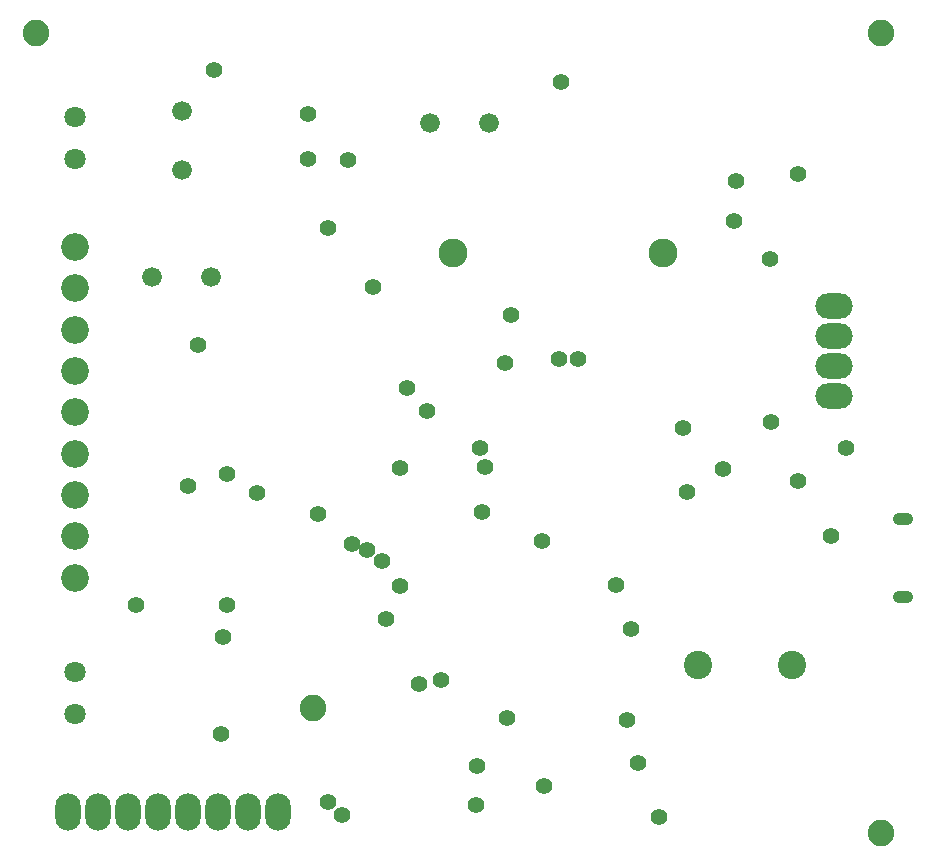
<source format=gbs>
G04*
G04 #@! TF.GenerationSoftware,Altium Limited,Altium Designer,21.1.1 (26)*
G04*
G04 Layer_Color=16711935*
%FSLAX25Y25*%
%MOIN*%
G70*
G04*
G04 #@! TF.SameCoordinates,48ED7441-6B8D-405F-B593-7732F9BA20C5*
G04*
G04*
G04 #@! TF.FilePolarity,Negative*
G04*
G01*
G75*
%ADD43C,0.08858*%
%ADD44O,0.12402X0.08465*%
%ADD45C,0.07087*%
%ADD46C,0.09449*%
%ADD47O,0.06890X0.04134*%
%ADD48C,0.06591*%
%ADD49C,0.09252*%
%ADD50O,0.08465X0.12402*%
%ADD51C,0.09646*%
%ADD52C,0.05591*%
D43*
X300000Y224803D02*
D03*
X489370Y449606D02*
D03*
X207538D02*
D03*
X489370Y183071D02*
D03*
D44*
X473563Y348740D02*
D03*
Y328740D02*
D03*
Y358740D02*
D03*
Y338740D02*
D03*
D45*
X220807Y222874D02*
D03*
Y236653D02*
D03*
Y421693D02*
D03*
Y407913D02*
D03*
D46*
X428484Y239213D02*
D03*
X459587D02*
D03*
D47*
X496654Y261811D02*
D03*
Y287795D02*
D03*
D48*
X358602Y419724D02*
D03*
X338917D02*
D03*
X246398Y368543D02*
D03*
X266083D02*
D03*
X256240Y423661D02*
D03*
Y403976D02*
D03*
D49*
X220807Y378386D02*
D03*
Y364606D02*
D03*
Y350827D02*
D03*
Y337047D02*
D03*
Y323268D02*
D03*
Y309488D02*
D03*
Y295709D02*
D03*
Y281929D02*
D03*
Y268150D02*
D03*
D50*
X268209Y190197D02*
D03*
X258209D02*
D03*
X248209D02*
D03*
X228209D02*
D03*
X288209D02*
D03*
X218209D02*
D03*
X238209D02*
D03*
X278209D02*
D03*
D51*
X346791Y376417D02*
D03*
X416516D02*
D03*
D52*
X381890Y340945D02*
D03*
X388189D02*
D03*
X301575Y289370D02*
D03*
X472815Y281929D02*
D03*
X298425Y422835D02*
D03*
X423228Y318110D02*
D03*
X366142Y355906D02*
D03*
X364173Y339764D02*
D03*
X440945Y400394D02*
D03*
X452362Y374410D02*
D03*
X461811Y300394D02*
D03*
X342520Y234252D02*
D03*
X329134Y265354D02*
D03*
X405905Y251181D02*
D03*
X377165Y198819D02*
D03*
X408194Y206299D02*
D03*
X354724Y205512D02*
D03*
X309842Y188976D02*
D03*
X269291Y216142D02*
D03*
X240945Y259055D02*
D03*
X320079Y364961D02*
D03*
X305118Y384646D02*
D03*
X271260Y259055D02*
D03*
X261811Y345669D02*
D03*
X364567Y221260D02*
D03*
X324410Y254331D02*
D03*
X335433Y232677D02*
D03*
X404557Y220866D02*
D03*
X281496Y296346D02*
D03*
X356299Y290158D02*
D03*
X401181Y265748D02*
D03*
X376378Y280315D02*
D03*
X424803Y296850D02*
D03*
X436614Y304331D02*
D03*
X452822Y320092D02*
D03*
X461811Y402756D02*
D03*
X440295Y387039D02*
D03*
X477559Y311417D02*
D03*
X415354Y188583D02*
D03*
X354331Y192520D02*
D03*
X305118Y193307D02*
D03*
X270079Y248425D02*
D03*
X258268Y298819D02*
D03*
X271260Y302756D02*
D03*
X382677Y433465D02*
D03*
X311811Y407480D02*
D03*
X298425Y407874D02*
D03*
X266929Y437402D02*
D03*
X357421Y305157D02*
D03*
X355847Y311457D02*
D03*
X338162Y323694D02*
D03*
X318088Y277481D02*
D03*
X323169Y273661D02*
D03*
X329047Y304758D02*
D03*
X331437Y331535D02*
D03*
X312933Y279398D02*
D03*
M02*

</source>
